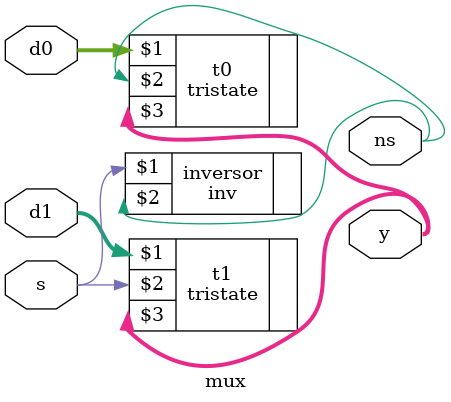
<source format=sv>
module mux(input logic [3:0] d0, d1,
 input logic s,
 output logic ns,
 output tri [3:0] y);
 
 tristate t0(d0, ns, y);
 tristate t1(d1, s, y);
 inv inversor(s, ns);
 
endmodule

</source>
